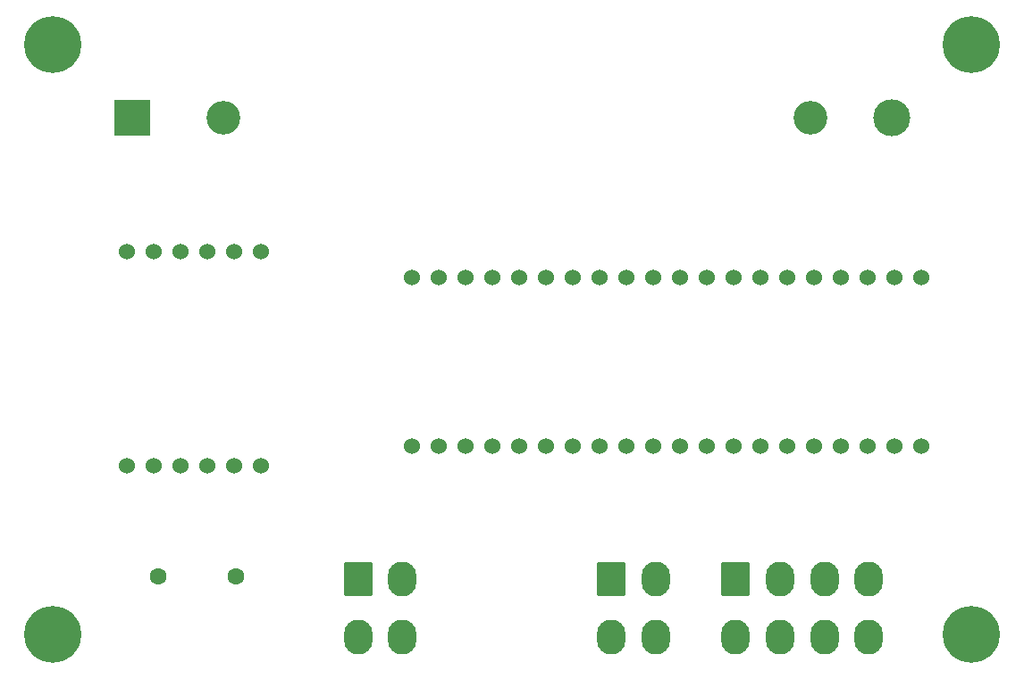
<source format=gbr>
%TF.GenerationSoftware,KiCad,Pcbnew,6.0.8-f2edbf62ab~116~ubuntu20.04.1*%
%TF.CreationDate,2022-10-28T14:46:09-03:00*%
%TF.ProjectId,+puntosV2,2b70756e-746f-4735-9632-2e6b69636164,rev?*%
%TF.SameCoordinates,Original*%
%TF.FileFunction,Soldermask,Bot*%
%TF.FilePolarity,Negative*%
%FSLAX46Y46*%
G04 Gerber Fmt 4.6, Leading zero omitted, Abs format (unit mm)*
G04 Created by KiCad (PCBNEW 6.0.8-f2edbf62ab~116~ubuntu20.04.1) date 2022-10-28 14:46:09*
%MOMM*%
%LPD*%
G01*
G04 APERTURE LIST*
G04 Aperture macros list*
%AMRoundRect*
0 Rectangle with rounded corners*
0 $1 Rounding radius*
0 $2 $3 $4 $5 $6 $7 $8 $9 X,Y pos of 4 corners*
0 Add a 4 corners polygon primitive as box body*
4,1,4,$2,$3,$4,$5,$6,$7,$8,$9,$2,$3,0*
0 Add four circle primitives for the rounded corners*
1,1,$1+$1,$2,$3*
1,1,$1+$1,$4,$5*
1,1,$1+$1,$6,$7*
1,1,$1+$1,$8,$9*
0 Add four rect primitives between the rounded corners*
20,1,$1+$1,$2,$3,$4,$5,0*
20,1,$1+$1,$4,$5,$6,$7,0*
20,1,$1+$1,$6,$7,$8,$9,0*
20,1,$1+$1,$8,$9,$2,$3,0*%
G04 Aperture macros list end*
%ADD10RoundRect,0.250001X-1.099999X-1.399999X1.099999X-1.399999X1.099999X1.399999X-1.099999X1.399999X0*%
%ADD11O,2.700000X3.300000*%
%ADD12C,3.200000*%
%ADD13R,3.500000X3.500000*%
%ADD14C,3.500000*%
%ADD15C,1.600000*%
%ADD16C,0.800000*%
%ADD17C,5.400000*%
%ADD18C,1.524000*%
G04 APERTURE END LIST*
D10*
%TO.C,J101*%
X78900000Y-84750000D03*
D11*
X83100000Y-84750000D03*
X78900000Y-90250000D03*
X83100000Y-90250000D03*
%TD*%
D10*
%TO.C,J601*%
X102900000Y-84750000D03*
D11*
X107100000Y-84750000D03*
X102900000Y-90250000D03*
X107100000Y-90250000D03*
%TD*%
D12*
%TO.C,J201*%
X66145000Y-41000000D03*
X121755000Y-41000000D03*
D13*
X57500000Y-41000000D03*
D14*
X129500000Y-41000000D03*
%TD*%
D10*
%TO.C,J901*%
X114700000Y-84750000D03*
D11*
X118900000Y-84750000D03*
X123100000Y-84750000D03*
X127300000Y-84750000D03*
X114700000Y-90250000D03*
X118900000Y-90250000D03*
X123100000Y-90250000D03*
X127300000Y-90250000D03*
%TD*%
D15*
%TO.C,BT801*%
X67350000Y-84500000D03*
X59950000Y-84500000D03*
%TD*%
D16*
%TO.C,H4*%
X48568109Y-35431891D03*
X52025000Y-34000000D03*
X47975000Y-34000000D03*
X48568109Y-32568109D03*
D17*
X50000000Y-34000000D03*
D16*
X50000000Y-31975000D03*
X50000000Y-36025000D03*
X51431891Y-32568109D03*
X51431891Y-35431891D03*
%TD*%
%TO.C,H3*%
X47975000Y-90000000D03*
X50000000Y-87975000D03*
X50000000Y-92025000D03*
X48568109Y-91431891D03*
D17*
X50000000Y-90000000D03*
D16*
X48568109Y-88568109D03*
X51431891Y-88568109D03*
X52025000Y-90000000D03*
X51431891Y-91431891D03*
%TD*%
D18*
%TO.C,U401*%
X84060000Y-72100000D03*
X86600000Y-72100000D03*
X89140000Y-72100000D03*
X91680000Y-72100000D03*
X94220000Y-72100000D03*
X96760000Y-72100000D03*
X99300000Y-72100000D03*
X101840000Y-72100000D03*
X104380000Y-72100000D03*
X106920000Y-72100000D03*
X109460000Y-72100000D03*
X112000000Y-72100000D03*
X114540000Y-72100000D03*
X117080000Y-72100000D03*
X119620000Y-72100000D03*
X122160000Y-72100000D03*
X124700000Y-72100000D03*
X127240000Y-72100000D03*
X129780000Y-72100000D03*
X132320000Y-72100000D03*
X132320000Y-56100000D03*
X129780000Y-56100000D03*
X127240000Y-56100000D03*
X124700000Y-56100000D03*
X122160000Y-56100000D03*
X119620000Y-56100000D03*
X117080000Y-56100000D03*
X114540000Y-56100000D03*
X112000000Y-56100000D03*
X109460000Y-56100000D03*
X106920000Y-56100000D03*
X104380000Y-56100000D03*
X101840000Y-56100000D03*
X99300000Y-56100000D03*
X96760000Y-56100000D03*
X94220000Y-56100000D03*
X91680000Y-56100000D03*
X89140000Y-56100000D03*
X86600000Y-56100000D03*
X84060000Y-56100000D03*
%TD*%
D16*
%TO.C,H2*%
X138431891Y-91431891D03*
X139025000Y-90000000D03*
X135568109Y-88568109D03*
X137000000Y-87975000D03*
X137000000Y-92025000D03*
X138431891Y-88568109D03*
D17*
X137000000Y-90000000D03*
D16*
X134975000Y-90000000D03*
X135568109Y-91431891D03*
%TD*%
D18*
%TO.C,U501*%
X57050000Y-53680000D03*
X59590000Y-53680000D03*
X62130000Y-53680000D03*
X64670000Y-53680000D03*
X67210000Y-53680000D03*
X69750000Y-53680000D03*
X69750000Y-74000000D03*
X67210000Y-74000000D03*
X64670000Y-74000000D03*
X62130000Y-74000000D03*
X59590000Y-74000000D03*
X57050000Y-74000000D03*
%TD*%
D16*
%TO.C,H1*%
X139025000Y-34000000D03*
D17*
X137000000Y-34000000D03*
D16*
X137000000Y-36025000D03*
X137000000Y-31975000D03*
X135568109Y-35431891D03*
X138431891Y-35431891D03*
X135568109Y-32568109D03*
X134975000Y-34000000D03*
X138431891Y-32568109D03*
%TD*%
M02*

</source>
